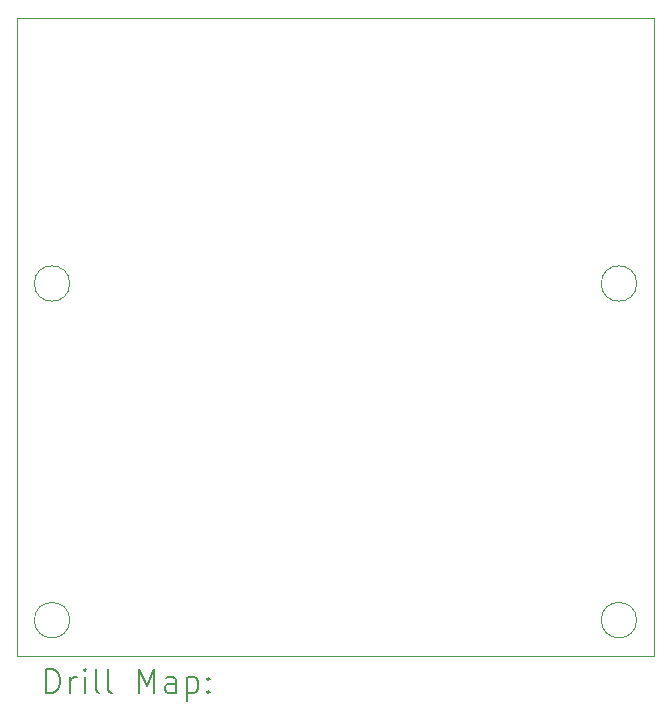
<source format=gbr>
%TF.GenerationSoftware,KiCad,Pcbnew,6.0.8+dfsg-1~bpo11+1*%
%TF.CreationDate,2022-10-31T17:37:21+01:00*%
%TF.ProjectId,rib4outAd_00,72696234-6f75-4744-9164-5f30302e6b69,rev?*%
%TF.SameCoordinates,Original*%
%TF.FileFunction,Drillmap*%
%TF.FilePolarity,Positive*%
%FSLAX45Y45*%
G04 Gerber Fmt 4.5, Leading zero omitted, Abs format (unit mm)*
G04 Created by KiCad (PCBNEW 6.0.8+dfsg-1~bpo11+1) date 2022-10-31 17:37:21*
%MOMM*%
%LPD*%
G01*
G04 APERTURE LIST*
%ADD10C,0.100000*%
%ADD11C,0.050000*%
%ADD12C,0.200000*%
G04 APERTURE END LIST*
D10*
X11850000Y-12000000D02*
X17250000Y-12000000D01*
X17250000Y-12000000D02*
X17250000Y-6600000D01*
X17250000Y-6600000D02*
X11850000Y-6600000D01*
X11850000Y-6600000D02*
X11850000Y-12000000D01*
X17100000Y-11700000D02*
G75*
G03*
X17100000Y-11700000I-150000J0D01*
G01*
X12300000Y-11700000D02*
G75*
G03*
X12300000Y-11700000I-150000J0D01*
G01*
D11*
X17100000Y-8850000D02*
G75*
G03*
X17100000Y-8850000I-150000J0D01*
G01*
D10*
X12300000Y-8850000D02*
G75*
G03*
X12300000Y-8850000I-150000J0D01*
G01*
D12*
X12102619Y-12315476D02*
X12102619Y-12115476D01*
X12150238Y-12115476D01*
X12178809Y-12125000D01*
X12197857Y-12144048D01*
X12207381Y-12163095D01*
X12216905Y-12201190D01*
X12216905Y-12229762D01*
X12207381Y-12267857D01*
X12197857Y-12286905D01*
X12178809Y-12305952D01*
X12150238Y-12315476D01*
X12102619Y-12315476D01*
X12302619Y-12315476D02*
X12302619Y-12182143D01*
X12302619Y-12220238D02*
X12312143Y-12201190D01*
X12321667Y-12191667D01*
X12340714Y-12182143D01*
X12359762Y-12182143D01*
X12426428Y-12315476D02*
X12426428Y-12182143D01*
X12426428Y-12115476D02*
X12416905Y-12125000D01*
X12426428Y-12134524D01*
X12435952Y-12125000D01*
X12426428Y-12115476D01*
X12426428Y-12134524D01*
X12550238Y-12315476D02*
X12531190Y-12305952D01*
X12521667Y-12286905D01*
X12521667Y-12115476D01*
X12655000Y-12315476D02*
X12635952Y-12305952D01*
X12626428Y-12286905D01*
X12626428Y-12115476D01*
X12883571Y-12315476D02*
X12883571Y-12115476D01*
X12950238Y-12258333D01*
X13016905Y-12115476D01*
X13016905Y-12315476D01*
X13197857Y-12315476D02*
X13197857Y-12210714D01*
X13188333Y-12191667D01*
X13169286Y-12182143D01*
X13131190Y-12182143D01*
X13112143Y-12191667D01*
X13197857Y-12305952D02*
X13178809Y-12315476D01*
X13131190Y-12315476D01*
X13112143Y-12305952D01*
X13102619Y-12286905D01*
X13102619Y-12267857D01*
X13112143Y-12248809D01*
X13131190Y-12239286D01*
X13178809Y-12239286D01*
X13197857Y-12229762D01*
X13293095Y-12182143D02*
X13293095Y-12382143D01*
X13293095Y-12191667D02*
X13312143Y-12182143D01*
X13350238Y-12182143D01*
X13369286Y-12191667D01*
X13378809Y-12201190D01*
X13388333Y-12220238D01*
X13388333Y-12277381D01*
X13378809Y-12296428D01*
X13369286Y-12305952D01*
X13350238Y-12315476D01*
X13312143Y-12315476D01*
X13293095Y-12305952D01*
X13474048Y-12296428D02*
X13483571Y-12305952D01*
X13474048Y-12315476D01*
X13464524Y-12305952D01*
X13474048Y-12296428D01*
X13474048Y-12315476D01*
X13474048Y-12191667D02*
X13483571Y-12201190D01*
X13474048Y-12210714D01*
X13464524Y-12201190D01*
X13474048Y-12191667D01*
X13474048Y-12210714D01*
M02*

</source>
